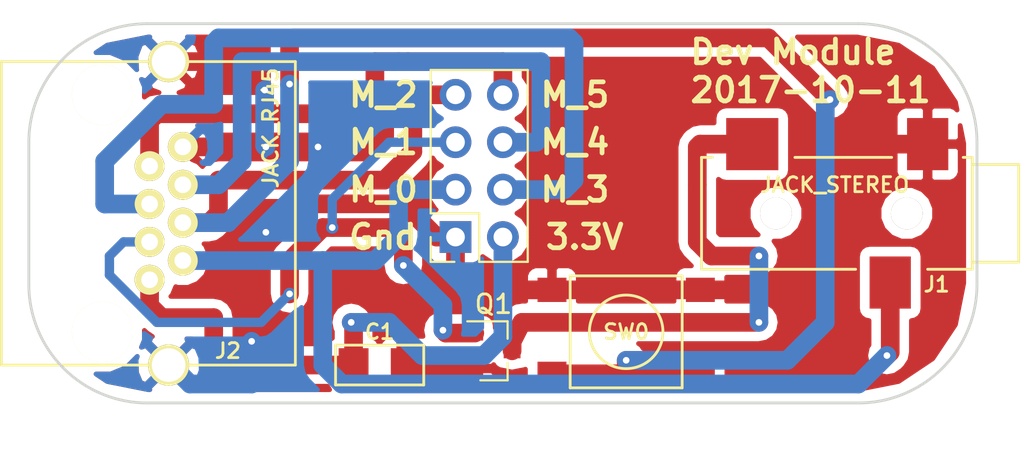
<source format=kicad_pcb>
(kicad_pcb (version 4) (host pcbnew 4.0.7)

  (general
    (links 21)
    (no_connects 0)
    (area 25.324999 25.324999 76.275001 45.795001)
    (thickness 1.6)
    (drawings 17)
    (tracks 161)
    (zones 0)
    (modules 6)
    (nets 10)
  )

  (page A4)
  (layers
    (0 F.Cu signal)
    (31 B.Cu signal)
    (32 B.Adhes user)
    (33 F.Adhes user)
    (34 B.Paste user)
    (35 F.Paste user)
    (36 B.SilkS user)
    (37 F.SilkS user)
    (38 B.Mask user)
    (39 F.Mask user)
    (40 Dwgs.User user)
    (41 Cmts.User user)
    (42 Eco1.User user)
    (43 Eco2.User user)
    (44 Edge.Cuts user)
    (45 Margin user)
    (46 B.CrtYd user)
    (47 F.CrtYd user)
    (48 B.Fab user)
    (49 F.Fab user)
  )

  (setup
    (last_trace_width 1)
    (trace_clearance 0.2032)
    (zone_clearance 0.508)
    (zone_45_only yes)
    (trace_min 0.2)
    (segment_width 0.2)
    (edge_width 0.15)
    (via_size 0.6604)
    (via_drill 0.3556)
    (via_min_size 0.4)
    (via_min_drill 0.3)
    (uvia_size 0.6604)
    (uvia_drill 0.3556)
    (uvias_allowed no)
    (uvia_min_size 0.2)
    (uvia_min_drill 0.1)
    (pcb_text_width 0.3)
    (pcb_text_size 1.5 1.5)
    (mod_edge_width 0.15)
    (mod_text_size 1 1)
    (mod_text_width 0.15)
    (pad_size 1.524 1.524)
    (pad_drill 0.762)
    (pad_to_mask_clearance 0.2)
    (aux_axis_origin 0 0)
    (visible_elements 7FFFFF7F)
    (pcbplotparams
      (layerselection 0x00030_80000001)
      (usegerberextensions false)
      (excludeedgelayer true)
      (linewidth 0.150000)
      (plotframeref false)
      (viasonmask false)
      (mode 1)
      (useauxorigin false)
      (hpglpennumber 1)
      (hpglpenspeed 20)
      (hpglpendiameter 15)
      (hpglpenoverlay 2)
      (psnegative false)
      (psa4output false)
      (plotreference true)
      (plotvalue true)
      (plotinvisibletext false)
      (padsonsilk false)
      (subtractmaskfromsilk false)
      (outputformat 1)
      (mirror false)
      (drillshape 1)
      (scaleselection 1)
      (outputdirectory ""))
  )

  (net 0 "")
  (net 1 3V3)
  (net 2 GND)
  (net 3 "Net-(J1-Pad2)")
  (net 4 /M_0)
  (net 5 /M_3)
  (net 6 /M_1)
  (net 7 /M_4)
  (net 8 /M_2)
  (net 9 /M_5)

  (net_class Default "This is the default net class."
    (clearance 0.2032)
    (trace_width 1)
    (via_dia 0.6604)
    (via_drill 0.3556)
    (uvia_dia 0.6604)
    (uvia_drill 0.3556)
    (add_net /M_0)
    (add_net /M_1)
    (add_net /M_2)
    (add_net /M_3)
    (add_net /M_4)
    (add_net /M_5)
    (add_net 3V3)
    (add_net GND)
    (add_net "Net-(J1-Pad2)")
  )

  (module CA6:RJ45_pcbwing (layer F.Cu) (tedit 59C1A157) (tstamp 58ED1D3E)
    (at 31.75 35.56 270)
    (path /58C31719)
    (fp_text reference J2 (at 7.366 -4.318 360) (layer F.SilkS)
      (effects (font (size 0.8 0.8) (thickness 0.15)))
    )
    (fp_text value JACK_RJ45 (at -4.572 -6.604 270) (layer F.SilkS)
      (effects (font (size 0.8 0.8) (thickness 0.15)))
    )
    (fp_line (start -8.13 7.82) (end -8.13 -7.93) (layer F.SilkS) (width 0.14986))
    (fp_line (start -8.13 -7.93) (end 8.13 -7.93) (layer F.SilkS) (width 0.14986))
    (fp_line (start 8.13 -7.93) (end 8.13 7.82) (layer F.SilkS) (width 0.14986))
    (fp_line (start 8.13 7.82) (end -8.13 7.82) (layer F.SilkS) (width 0.14986))
    (pad 8 thru_hole circle (at -8.13 -1.14 270) (size 2.2 2.2) (drill 1.8) (layers *.Cu *.Mask F.SilkS)
      (net 2 GND))
    (pad 8 thru_hole circle (at 8.13 -1.14 270) (size 2.2 2.2) (drill 1.8) (layers *.Cu *.Mask F.SilkS)
      (net 2 GND))
    (pad "" np_thru_hole circle (at -6.35 2.42 270) (size 3.25 3.25) (drill 3.25) (layers *.Cu *.Mask F.SilkS))
    (pad "" np_thru_hole circle (at 6.35 2.42 270) (size 3.25 3.25) (drill 3.25) (layers *.Cu *.Mask F.SilkS))
    (pad 5 thru_hole circle (at -0.5 -0.12 270) (size 1.6 1.6) (drill 0.89) (layers *.Cu *.Mask F.SilkS)
      (net 5 /M_3))
    (pad 3 thru_hole circle (at 1.53 -0.12 270) (size 1.6 1.6) (drill 0.89) (layers *.Cu *.Mask F.SilkS)
      (net 6 /M_1))
    (pad 6 thru_hole circle (at -1.53 -1.9 270) (size 1.6 1.6) (drill 0.89) (layers *.Cu *.Mask F.SilkS)
      (net 7 /M_4))
    (pad 4 thru_hole circle (at 0.5 -1.9 270) (size 1.6 1.6) (drill 0.89) (layers *.Cu *.Mask F.SilkS)
      (net 8 /M_2))
    (pad 8 thru_hole circle (at -3.56 -1.9 270) (size 1.6 1.6) (drill 0.89) (layers *.Cu *.Mask F.SilkS)
      (net 2 GND))
    (pad 7 thru_hole circle (at -2.53 -0.12 270) (size 1.6 1.6) (drill 0.89) (layers *.Cu *.Mask F.SilkS)
      (net 9 /M_5))
    (pad 2 thru_hole circle (at 2.53 -1.9 270) (size 1.6 1.6) (drill 0.89) (layers *.Cu *.Mask F.SilkS)
      (net 4 /M_0))
    (pad 1 thru_hole circle (at 3.56 -0.12 270) (size 1.6 1.6) (drill 0.89) (layers *.Cu *.Mask F.SilkS)
      (net 1 3V3))
  )

  (module CA6:161-3334-E_Big_Pad (layer F.Cu) (tedit 59DE6708) (tstamp 58C33E42)
    (at 75.946 35.56 180)
    (path /58C32458)
    (fp_text reference J1 (at 1.905 -3.81 180) (layer F.SilkS)
      (effects (font (size 0.8 0.8) (thickness 0.1524)))
    )
    (fp_text value JACK_STEREO (at 7.366 1.524 180) (layer F.SilkS)
      (effects (font (size 0.8 0.8) (thickness 0.1524)))
    )
    (fp_line (start 0 -2.9972) (end 2.3876 -2.9972) (layer F.SilkS) (width 0.1524))
    (fp_line (start 6.2484 -2.9972) (end 14.5034 -2.9972) (layer F.SilkS) (width 0.1524))
    (fp_line (start 13.9192 2.9972) (end 14.5034 2.9972) (layer F.SilkS) (width 0.1524))
    (fp_line (start 4.318 2.9972) (end 9.4996 2.9972) (layer F.SilkS) (width 0.1524))
    (fp_line (start 0 2.9972) (end 0.4826 2.9972) (layer F.SilkS) (width 0.1524))
    (fp_line (start 0 2.6162) (end -2.4892 2.6162) (layer F.SilkS) (width 0.1524))
    (fp_line (start -2.4892 2.6162) (end -2.4892 -2.6162) (layer F.SilkS) (width 0.1524))
    (fp_line (start -2.4892 -2.6162) (end 0 -2.6162) (layer F.SilkS) (width 0.1524))
    (fp_line (start 14.5034 -2.9972) (end 14.5034 2.9972) (layer F.SilkS) (width 0.1524))
    (fp_line (start 0 2.9972) (end 0 -2.9972) (layer F.SilkS) (width 0.1524))
    (pad 1 smd rect (at 4.3942 -3.7084 180) (size 2.2098 2.794) (layers F.Cu F.Paste F.Mask)
      (net 4 /M_0))
    (pad 2 smd rect (at 11.7856 3.7084 180) (size 2.794 2.794) (layers F.Cu F.Paste F.Mask)
      (net 3 "Net-(J1-Pad2)"))
    (pad 3 smd rect (at 2.3876 3.7084 180) (size 2.2098 2.794) (layers F.Cu F.Paste F.Mask)
      (net 2 GND))
    (pad "" np_thru_hole circle (at 10.5156 0 90) (size 1.7018 1.7018) (drill 1.7) (layers *.Cu *.Mask F.SilkS))
    (pad "" np_thru_hole circle (at 3.5052 0 90) (size 1.7018 1.7018) (drill 1.7) (layers *.Cu *.Mask F.SilkS))
  )

  (module CA6:c_1206 (layer F.Cu) (tedit 59DE6698) (tstamp 58C33E2F)
    (at 44.196 43.688 180)
    (descr "SMT capacitor, 1206")
    (path /58C3185F)
    (fp_text reference C1 (at 0 1.778 180) (layer F.SilkS)
      (effects (font (size 0.8 0.8) (thickness 0.15)))
    )
    (fp_text value C (at 0 0 270) (layer F.SilkS) hide
      (effects (font (size 0.2286 0.381) (thickness 0.0508)))
    )
    (fp_line (start 2.3622 1.0668) (end 2.3622 -1.0668) (layer F.SilkS) (width 0.14986))
    (fp_line (start -2.3622 -1.0668) (end 2.3622 -1.0668) (layer F.SilkS) (width 0.14986))
    (fp_line (start 2.3368 1.0668) (end -2.3622 1.0668) (layer F.SilkS) (width 0.14986))
    (fp_line (start -2.3622 1.0668) (end -2.3622 -1.0668) (layer F.SilkS) (width 0.14986))
    (pad 1 smd rect (at 1.397 0 180) (size 1.6002 1.8034) (layers F.Cu F.Paste F.Mask)
      (net 1 3V3))
    (pad 2 smd rect (at -1.397 0 180) (size 1.6002 1.8034) (layers F.Cu F.Paste F.Mask)
      (net 2 GND))
  )

  (module Socket_Strips:Socket_Strip_Straight_2x04_Pitch2.54mm (layer F.Cu) (tedit 59DE61ED) (tstamp 58C33E70)
    (at 48.26 36.83 180)
    (descr "Through hole straight socket strip, 2x04, 2.54mm pitch, double rows")
    (tags "Through hole socket strip THT 2x04 2.54mm double row")
    (path /58C324F0)
    (fp_text reference P1 (at -1.27 -2.33 180) (layer F.SilkS) hide
      (effects (font (size 1 1) (thickness 0.15)))
    )
    (fp_text value CONN_02X04 (at -1.27 9.95 180) (layer F.Fab) hide
      (effects (font (size 1 1) (thickness 0.15)))
    )
    (fp_line (start -3.81 -1.27) (end -3.81 8.89) (layer F.Fab) (width 0.1))
    (fp_line (start -3.81 8.89) (end 1.27 8.89) (layer F.Fab) (width 0.1))
    (fp_line (start 1.27 8.89) (end 1.27 -1.27) (layer F.Fab) (width 0.1))
    (fp_line (start 1.27 -1.27) (end -3.81 -1.27) (layer F.Fab) (width 0.1))
    (fp_line (start 1.33 1.27) (end 1.33 8.95) (layer F.SilkS) (width 0.12))
    (fp_line (start 1.33 8.95) (end -3.87 8.95) (layer F.SilkS) (width 0.12))
    (fp_line (start -3.87 8.95) (end -3.87 -1.33) (layer F.SilkS) (width 0.12))
    (fp_line (start -3.87 -1.33) (end -1.27 -1.33) (layer F.SilkS) (width 0.12))
    (fp_line (start -1.27 -1.33) (end -1.27 1.27) (layer F.SilkS) (width 0.12))
    (fp_line (start -1.27 1.27) (end 1.33 1.27) (layer F.SilkS) (width 0.12))
    (fp_line (start 1.33 0) (end 1.33 -1.33) (layer F.SilkS) (width 0.12))
    (fp_line (start 1.33 -1.33) (end 0.06 -1.33) (layer F.SilkS) (width 0.12))
    (fp_line (start -4.1 -1.55) (end -4.1 9.15) (layer F.CrtYd) (width 0.05))
    (fp_line (start -4.1 9.15) (end 1.55 9.15) (layer F.CrtYd) (width 0.05))
    (fp_line (start 1.55 9.15) (end 1.55 -1.55) (layer F.CrtYd) (width 0.05))
    (fp_line (start 1.55 -1.55) (end -4.1 -1.55) (layer F.CrtYd) (width 0.05))
    (pad 1 thru_hole rect (at 0 0 180) (size 1.7 1.7) (drill 1) (layers *.Cu *.Mask)
      (net 2 GND))
    (pad 2 thru_hole oval (at -2.54 0 180) (size 1.7 1.7) (drill 1) (layers *.Cu *.Mask)
      (net 1 3V3))
    (pad 3 thru_hole oval (at 0 2.54 180) (size 1.7 1.7) (drill 1) (layers *.Cu *.Mask)
      (net 4 /M_0))
    (pad 4 thru_hole oval (at -2.54 2.54 180) (size 1.7 1.7) (drill 1) (layers *.Cu *.Mask)
      (net 5 /M_3))
    (pad 5 thru_hole oval (at 0 5.08 180) (size 1.7 1.7) (drill 1) (layers *.Cu *.Mask)
      (net 6 /M_1))
    (pad 6 thru_hole oval (at -2.54 5.08 180) (size 1.7 1.7) (drill 1) (layers *.Cu *.Mask)
      (net 7 /M_4))
    (pad 7 thru_hole oval (at 0 7.62 180) (size 1.7 1.7) (drill 1) (layers *.Cu *.Mask)
      (net 8 /M_2))
    (pad 8 thru_hole oval (at -2.54 7.62 180) (size 1.7 1.7) (drill 1) (layers *.Cu *.Mask)
      (net 9 /M_5))
    (model Socket_Strips.3dshapes/Socket_Strip_Straight_2x04_Pitch2.54mm.wrl
      (at (xyz -0.05 -0.15 0))
      (scale (xyz 1 1 1))
      (rotate (xyz 0 0 270))
    )
  )

  (module TO_SOT_Packages_SMD:SOT-23 (layer F.Cu) (tedit 59C2CA36) (tstamp 59C1A163)
    (at 50.292 42.926)
    (descr "SOT-23, Standard")
    (tags SOT-23)
    (path /59C1B522)
    (attr smd)
    (fp_text reference Q1 (at 0 -2.5) (layer F.SilkS)
      (effects (font (size 1 1) (thickness 0.15)))
    )
    (fp_text value Q_NMOS_GSD (at 0 2.5) (layer F.Fab) hide
      (effects (font (size 1 1) (thickness 0.15)))
    )
    (fp_text user %R (at 0 0 90) (layer F.Fab)
      (effects (font (size 0.5 0.5) (thickness 0.075)))
    )
    (fp_line (start -0.7 -0.95) (end -0.7 1.5) (layer F.Fab) (width 0.1))
    (fp_line (start -0.15 -1.52) (end 0.7 -1.52) (layer F.Fab) (width 0.1))
    (fp_line (start -0.7 -0.95) (end -0.15 -1.52) (layer F.Fab) (width 0.1))
    (fp_line (start 0.7 -1.52) (end 0.7 1.52) (layer F.Fab) (width 0.1))
    (fp_line (start -0.7 1.52) (end 0.7 1.52) (layer F.Fab) (width 0.1))
    (fp_line (start 0.76 1.58) (end 0.76 0.65) (layer F.SilkS) (width 0.12))
    (fp_line (start 0.76 -1.58) (end 0.76 -0.65) (layer F.SilkS) (width 0.12))
    (fp_line (start -1.7 -1.75) (end 1.7 -1.75) (layer F.CrtYd) (width 0.05))
    (fp_line (start 1.7 -1.75) (end 1.7 1.75) (layer F.CrtYd) (width 0.05))
    (fp_line (start 1.7 1.75) (end -1.7 1.75) (layer F.CrtYd) (width 0.05))
    (fp_line (start -1.7 1.75) (end -1.7 -1.75) (layer F.CrtYd) (width 0.05))
    (fp_line (start 0.76 -1.58) (end -1.4 -1.58) (layer F.SilkS) (width 0.12))
    (fp_line (start 0.76 1.58) (end -0.7 1.58) (layer F.SilkS) (width 0.12))
    (pad 1 smd rect (at -1 -0.95) (size 0.9 0.8) (layers F.Cu F.Paste F.Mask)
      (net 6 /M_1))
    (pad 2 smd rect (at -1 0.95) (size 0.9 0.8) (layers F.Cu F.Paste F.Mask)
      (net 2 GND))
    (pad 3 smd rect (at 1 0) (size 0.9 0.8) (layers F.Cu F.Paste F.Mask)
      (net 3 "Net-(J1-Pad2)"))
    (model ${KISYS3DMOD}/TO_SOT_Packages_SMD.3dshapes/SOT-23.wrl
      (at (xyz 0 0 0))
      (scale (xyz 1 1 1))
      (rotate (xyz 0 0 0))
    )
  )

  (module CA6:PTS645 (layer F.Cu) (tedit 59DE6712) (tstamp 59DE65C7)
    (at 57.404 41.91)
    (path /59DE648C)
    (fp_text reference SW0 (at 0 0) (layer F.SilkS)
      (effects (font (size 0.8 0.8) (thickness 0.15)))
    )
    (fp_text value SW_TACTILE (at 0 -3.81) (layer F.SilkS) hide
      (effects (font (size 0.8 0.8) (thickness 0.15)))
    )
    (fp_circle (center 0 0) (end 1.6 1.15) (layer F.SilkS) (width 0.14986))
    (fp_line (start -3 3) (end -3 -3) (layer F.SilkS) (width 0.14986))
    (fp_line (start -3 -3) (end 3 -3) (layer F.SilkS) (width 0.14986))
    (fp_line (start 3 -3) (end 3 3) (layer F.SilkS) (width 0.14986))
    (fp_line (start 3 3) (end -3 3) (layer F.SilkS) (width 0.14986))
    (pad 3 smd rect (at -3.975 2.25) (size 1.55 1.3) (layers F.Cu F.Paste F.Mask)
      (net 8 /M_2))
    (pad 1 smd rect (at -3.975 -2.25) (size 1.55 1.3) (layers F.Cu F.Paste F.Mask)
      (net 2 GND))
    (pad 2 smd rect (at 3.975 -2.25) (size 1.55 1.3) (layers F.Cu F.Paste F.Mask)
      (net 2 GND))
    (pad 4 smd rect (at 3.975 2.25) (size 1.55 1.3) (layers F.Cu F.Paste F.Mask)
      (net 8 /M_2))
  )

  (gr_line (start 25.4 31.75) (end 25.4 39.37) (angle 90) (layer Edge.Cuts) (width 0.15))
  (gr_line (start 76.2 31.75) (end 76.2 39.37) (angle 90) (layer Edge.Cuts) (width 0.15))
  (gr_text "Dev Module\n2017-10-11" (at 60.706 27.94) (layer F.SilkS)
    (effects (font (size 1.27 1.27) (thickness 0.254)) (justify left))
  )
  (gr_text M_5 (at 56.642 29.21) (layer F.SilkS)
    (effects (font (size 1.27 1.27) (thickness 0.254)) (justify right))
  )
  (gr_text M_4 (at 56.642 31.75) (layer F.SilkS)
    (effects (font (size 1.27 1.27) (thickness 0.254)) (justify right))
  )
  (gr_text M_3 (at 56.642 34.29) (layer F.SilkS)
    (effects (font (size 1.27 1.27) (thickness 0.254)) (justify right))
  )
  (gr_text 3.3V (at 57.404 36.83) (layer F.SilkS)
    (effects (font (size 1.27 1.27) (thickness 0.254)) (justify right))
  )
  (gr_text M_2 (at 42.418 29.21) (layer F.SilkS)
    (effects (font (size 1.27 1.27) (thickness 0.254)) (justify left))
  )
  (gr_text "M_1\n" (at 42.418 31.75) (layer F.SilkS)
    (effects (font (size 1.27 1.27) (thickness 0.254)) (justify left))
  )
  (gr_text M_0 (at 42.418 34.29) (layer F.SilkS)
    (effects (font (size 1.27 1.27) (thickness 0.254)) (justify left))
  )
  (gr_text Gnd (at 42.418 36.83) (layer F.SilkS)
    (effects (font (size 1.27 1.27) (thickness 0.254)) (justify left))
  )
  (gr_arc (start 31.75 39.37) (end 31.75 45.72) (angle 90) (layer Edge.Cuts) (width 0.15))
  (gr_arc (start 69.85 39.37) (end 76.2 39.37) (angle 90) (layer Edge.Cuts) (width 0.15))
  (gr_arc (start 69.85 31.75) (end 69.85 25.4) (angle 90) (layer Edge.Cuts) (width 0.15))
  (gr_arc (start 31.75 31.75) (end 25.4 31.75) (angle 90) (layer Edge.Cuts) (width 0.15))
  (gr_line (start 69.85 45.72) (end 31.75 45.72) (angle 90) (layer Edge.Cuts) (width 0.15))
  (gr_line (start 31.75 25.4) (end 69.85 25.4) (angle 90) (layer Edge.Cuts) (width 0.15))

  (segment (start 35.306 41.148) (end 35.306 43.434) (width 1) (layer F.Cu) (net 1))
  (segment (start 35.56 43.688) (end 42.799 43.688) (width 1) (layer F.Cu) (net 1) (tstamp 59E2091A))
  (segment (start 35.306 43.434) (end 35.56 43.688) (width 1) (layer F.Cu) (net 1) (tstamp 59E20919))
  (segment (start 50.8 36.83) (end 50.8 42.164) (width 1) (layer B.Cu) (net 1))
  (segment (start 42.672 41.402) (end 42.799 41.529) (width 1) (layer F.Cu) (net 1) (tstamp 59E2021C))
  (via (at 42.672 41.402) (size 0.6604) (drill 0.3556) (layers F.Cu B.Cu) (net 1))
  (segment (start 44.704 41.402) (end 42.672 41.402) (width 1) (layer B.Cu) (net 1) (tstamp 59E20218))
  (segment (start 46.482 43.18) (end 44.704 41.402) (width 1) (layer B.Cu) (net 1) (tstamp 59E20214))
  (segment (start 49.784 43.18) (end 46.482 43.18) (width 1) (layer B.Cu) (net 1) (tstamp 59E20213))
  (segment (start 50.8 42.164) (end 49.784 43.18) (width 1) (layer B.Cu) (net 1) (tstamp 59E20211))
  (segment (start 31.87 39.12) (end 31.87 40.506) (width 1) (layer F.Cu) (net 1))
  (segment (start 42.799 41.529) (end 42.799 43.688) (width 1) (layer F.Cu) (net 1) (tstamp 59E1FE2F))
  (segment (start 32.512 41.148) (end 35.306 41.148) (width 1) (layer F.Cu) (net 1) (tstamp 59E1FE2B))
  (segment (start 31.87 40.506) (end 32.512 41.148) (width 1) (layer F.Cu) (net 1) (tstamp 59E1FE2A))
  (segment (start 48.26 36.83) (end 47.244 36.83) (width 1) (layer F.Cu) (net 2))
  (segment (start 39.624 35.052) (end 38.1 36.576) (width 1) (layer F.Cu) (net 2) (tstamp 59E209B5))
  (segment (start 45.466 35.052) (end 39.624 35.052) (width 1) (layer F.Cu) (net 2) (tstamp 59E209B3))
  (segment (start 47.244 36.83) (end 45.466 35.052) (width 1) (layer F.Cu) (net 2) (tstamp 59E209A9))
  (segment (start 37.338 39.624) (end 37.338 42.418) (width 1) (layer F.Cu) (net 2))
  (via (at 37.338 42.418) (size 0.6604) (drill 0.3556) (layers F.Cu B.Cu) (net 2))
  (segment (start 37.338 42.418) (end 37.338 44.704) (width 1) (layer B.Cu) (net 2) (tstamp 59E20931))
  (segment (start 37.338 44.704) (end 34.036 44.704) (width 1) (layer B.Cu) (net 2) (tstamp 59E20932))
  (segment (start 34.036 44.704) (end 33.022 43.69) (width 1) (layer B.Cu) (net 2) (tstamp 59E20934))
  (segment (start 37.338 37.338) (end 37.338 39.624) (width 1) (layer F.Cu) (net 2) (tstamp 59E208DC))
  (segment (start 38.1 36.576) (end 37.338 37.338) (width 1) (layer F.Cu) (net 2) (tstamp 59E208DB))
  (via (at 40.894 32.004) (size 0.6604) (drill 0.3556) (layers F.Cu B.Cu) (net 2))
  (segment (start 38.1 32.004) (end 40.894 32.004) (width 1) (layer F.Cu) (net 2))
  (via (at 38.1 36.576) (size 0.6604) (drill 0.3556) (layers F.Cu B.Cu) (net 2))
  (segment (start 38.1 36.322) (end 38.1 36.576) (width 1) (layer B.Cu) (net 2) (tstamp 59E208BC))
  (segment (start 40.894 33.528) (end 38.1 36.322) (width 1) (layer B.Cu) (net 2) (tstamp 59E208BA))
  (segment (start 40.894 32.004) (end 40.894 33.528) (width 1) (layer B.Cu) (net 2) (tstamp 59E208B9))
  (segment (start 33.022 43.69) (end 32.89 43.69) (width 1) (layer B.Cu) (net 2) (tstamp 59E20936))
  (segment (start 33.65 32) (end 38.096 32) (width 1) (layer F.Cu) (net 2))
  (segment (start 36.507202 27.43) (end 32.89 27.43) (width 1) (layer F.Cu) (net 2) (tstamp 59E2070C))
  (segment (start 38.033202 28.956) (end 36.507202 27.43) (width 1) (layer F.Cu) (net 2) (tstamp 59E2070B))
  (via (at 38.033202 28.956) (size 0.6604) (drill 0.3556) (layers F.Cu B.Cu) (net 2))
  (segment (start 38.033202 31.937202) (end 38.033202 28.956) (width 1) (layer B.Cu) (net 2) (tstamp 59E20704))
  (segment (start 38.1 32.004) (end 38.033202 31.937202) (width 1) (layer B.Cu) (net 2) (tstamp 59E20703))
  (via (at 38.1 32.004) (size 0.6604) (drill 0.3556) (layers F.Cu B.Cu) (net 2))
  (segment (start 38.096 32) (end 38.1 32.004) (width 1) (layer F.Cu) (net 2) (tstamp 59E206FC))
  (segment (start 48.26 39.37) (end 46.482 39.37) (width 1) (layer F.Cu) (net 2))
  (segment (start 45.593 40.259) (end 45.593 43.688) (width 1) (layer F.Cu) (net 2) (tstamp 59E200C2))
  (segment (start 46.482 39.37) (end 45.593 40.259) (width 1) (layer F.Cu) (net 2) (tstamp 59E200BF))
  (segment (start 53.429 39.66) (end 48.55 39.66) (width 1) (layer F.Cu) (net 2))
  (segment (start 48.26 39.37) (end 48.26 36.83) (width 1) (layer F.Cu) (net 2) (tstamp 59E1FF5E))
  (segment (start 48.55 39.66) (end 48.26 39.37) (width 1) (layer F.Cu) (net 2) (tstamp 59E1FF58))
  (segment (start 61.379 39.66) (end 67.528 39.66) (width 1) (layer F.Cu) (net 2))
  (segment (start 68.9864 31.8516) (end 73.5584 31.8516) (width 1) (layer F.Cu) (net 2) (tstamp 59E1FEEF))
  (segment (start 68.58 32.258) (end 68.9864 31.8516) (width 1) (layer F.Cu) (net 2) (tstamp 59E1FEEE))
  (segment (start 68.58 38.608) (end 68.58 32.258) (width 1) (layer F.Cu) (net 2) (tstamp 59E1FEED))
  (segment (start 67.528 39.66) (end 68.58 38.608) (width 1) (layer F.Cu) (net 2) (tstamp 59E1FEEC))
  (segment (start 61.379 39.66) (end 53.429 39.66) (width 1) (layer F.Cu) (net 2))
  (segment (start 49.292 43.876) (end 45.781 43.876) (width 1) (layer F.Cu) (net 2))
  (segment (start 45.781 43.876) (end 45.593 43.688) (width 1) (layer F.Cu) (net 2) (tstamp 59E1FE43))
  (segment (start 64.516 37.846) (end 61.976 37.846) (width 1) (layer F.Cu) (net 3))
  (segment (start 61.214 37.084) (end 61.214 34.036) (width 1) (layer F.Cu) (net 3) (tstamp 59E1FFA2))
  (segment (start 61.976 37.846) (end 61.214 37.084) (width 1) (layer F.Cu) (net 3) (tstamp 59E1FFA0))
  (segment (start 51.292 42.926) (end 51.292 42.434) (width 1) (layer F.Cu) (net 3))
  (segment (start 61.3664 31.8516) (end 64.1604 31.8516) (width 1) (layer F.Cu) (net 3) (tstamp 59E1FF3D))
  (segment (start 61.214 34.036) (end 61.214 32.004) (width 1) (layer F.Cu) (net 3) (tstamp 59E1FF39))
  (segment (start 61.214 32.004) (end 61.3664 31.8516) (width 1) (layer F.Cu) (net 3) (tstamp 59E1FF3B))
  (via (at 64.516 37.846) (size 0.6604) (drill 0.3556) (layers F.Cu B.Cu) (net 3))
  (segment (start 64.516 41.402) (end 64.516 37.846) (width 1) (layer B.Cu) (net 3) (tstamp 59E1FF2F))
  (via (at 64.516 41.402) (size 0.6604) (drill 0.3556) (layers F.Cu B.Cu) (net 3))
  (segment (start 51.816 41.402) (end 64.516 41.402) (width 1) (layer F.Cu) (net 3) (tstamp 59E1FF20))
  (segment (start 51.292 42.434) (end 51.816 41.402) (width 1) (layer F.Cu) (net 3) (tstamp 59E1FF1B))
  (segment (start 41.148 38.09) (end 41.148 43.688) (width 1) (layer B.Cu) (net 4))
  (segment (start 69.85 44.704) (end 71.374 43.18) (width 1) (layer B.Cu) (net 4) (tstamp 59E201BE))
  (segment (start 42.164 44.704) (end 69.85 44.704) (width 1) (layer B.Cu) (net 4) (tstamp 59E201BC))
  (segment (start 41.148 43.688) (end 42.164 44.704) (width 1) (layer B.Cu) (net 4) (tstamp 59E201BB))
  (via (at 71.374 43.18) (size 0.6604) (drill 0.3556) (layers F.Cu B.Cu) (net 4))
  (segment (start 71.374 43.18) (end 71.5518 43.0022) (width 1) (layer F.Cu) (net 4) (tstamp 59E2007D))
  (segment (start 71.5518 43.0022) (end 71.5518 39.2684) (width 1) (layer F.Cu) (net 4) (tstamp 59E2007E))
  (segment (start 70.612 43.942) (end 71.374 43.18) (width 1) (layer B.Cu) (net 4) (tstamp 59E2004F))
  (segment (start 33.65 38.09) (end 41.148 38.09) (width 1) (layer B.Cu) (net 4))
  (segment (start 41.148 38.09) (end 43.942 38.09) (width 1) (layer B.Cu) (net 4) (tstamp 59E201B9))
  (segment (start 43.942 38.09) (end 43.952 38.09) (width 1) (layer B.Cu) (net 4) (tstamp 59E20048))
  (segment (start 45.212 34.29) (end 48.26 34.29) (width 1) (layer B.Cu) (net 4) (tstamp 59E1FDED))
  (segment (start 45.212 36.83) (end 45.212 34.29) (width 1) (layer B.Cu) (net 4) (tstamp 59E1FDEC))
  (segment (start 43.952 38.09) (end 45.212 36.83) (width 1) (layer B.Cu) (net 4) (tstamp 59E1FDE2))
  (segment (start 31.87 35.06) (end 29.472 35.06) (width 1) (layer B.Cu) (net 5))
  (segment (start 54.102 34.29) (end 50.8 34.29) (width 1) (layer B.Cu) (net 5) (tstamp 59E1FC42))
  (segment (start 54.61 33.782) (end 54.102 34.29) (width 1) (layer B.Cu) (net 5) (tstamp 59E1FC3F))
  (segment (start 54.61 26.416) (end 54.61 33.782) (width 1) (layer B.Cu) (net 5) (tstamp 59E1FC3A))
  (segment (start 54.356 26.162) (end 54.61 26.416) (width 1) (layer B.Cu) (net 5) (tstamp 59E1FC39))
  (segment (start 35.56 26.162) (end 54.356 26.162) (width 1) (layer B.Cu) (net 5) (tstamp 59E1FC30))
  (segment (start 35.306 26.416) (end 35.56 26.162) (width 1) (layer B.Cu) (net 5) (tstamp 59E1FC2F))
  (segment (start 35.306 29.718) (end 35.306 26.416) (width 1) (layer B.Cu) (net 5) (tstamp 59E1FC2D))
  (segment (start 32.512 29.718) (end 35.306 29.718) (width 1) (layer B.Cu) (net 5) (tstamp 59E1FC2C))
  (segment (start 29.464 32.766) (end 32.512 29.718) (width 1) (layer B.Cu) (net 5) (tstamp 59E1FC29))
  (segment (start 29.464 35.052) (end 29.464 32.766) (width 1) (layer B.Cu) (net 5) (tstamp 59E1FC28))
  (segment (start 29.472 35.06) (end 29.464 35.052) (width 1) (layer B.Cu) (net 5) (tstamp 59E1FC27))
  (segment (start 41.656 36.322) (end 41.148 36.322) (width 1) (layer F.Cu) (net 6))
  (segment (start 39.37 38.1) (end 39.37 39.878) (width 1) (layer F.Cu) (net 6) (tstamp 59E207E4))
  (segment (start 41.148 36.322) (end 39.37 38.1) (width 1) (layer F.Cu) (net 6) (tstamp 59E207E2))
  (segment (start 41.656 36.322) (end 44.704 36.322) (width 1) (layer F.Cu) (net 6))
  (segment (start 47.741584 41.976) (end 49.292 41.976) (width 1) (layer F.Cu) (net 6) (tstamp 59E20109))
  (segment (start 47.586792 41.821208) (end 47.741584 41.976) (width 1) (layer F.Cu) (net 6) (tstamp 59E20108))
  (via (at 47.586792 41.821208) (size 0.6604) (drill 0.3556) (layers F.Cu B.Cu) (net 6))
  (segment (start 47.586792 40.474792) (end 47.586792 41.821208) (width 1) (layer B.Cu) (net 6) (tstamp 59E200FE))
  (segment (start 45.466 38.354) (end 47.586792 40.474792) (width 1) (layer B.Cu) (net 6) (tstamp 59E200FD))
  (via (at 45.466 38.354) (size 0.6604) (drill 0.3556) (layers F.Cu B.Cu) (net 6))
  (segment (start 45.466 37.084) (end 45.466 38.354) (width 1) (layer F.Cu) (net 6) (tstamp 59E200F5))
  (segment (start 44.704 36.322) (end 45.466 37.084) (width 1) (layer F.Cu) (net 6) (tstamp 59E200F4))
  (segment (start 48.26 31.75) (end 44.704 31.75) (width 0.5) (layer B.Cu) (net 6))
  (segment (start 30.474 37.09) (end 29.718 37.846) (width 0.5) (layer B.Cu) (net 6) (tstamp 59E1FFC2))
  (via (at 39.37 39.878) (size 0.6604) (drill 0.3556) (layers F.Cu B.Cu) (net 6))
  (segment (start 30.474 37.09) (end 31.87 37.09) (width 0.5) (layer B.Cu) (net 6))
  (segment (start 37.846 41.402) (end 39.37 39.878) (width 0.5) (layer B.Cu) (net 6) (tstamp 59E1FFD5))
  (segment (start 32.258 41.402) (end 37.846 41.402) (width 0.5) (layer B.Cu) (net 6) (tstamp 59E1FFCA))
  (segment (start 29.718 38.862) (end 32.258 41.402) (width 0.5) (layer B.Cu) (net 6) (tstamp 59E1FFC6))
  (segment (start 29.718 37.846) (end 29.718 38.862) (width 0.5) (layer B.Cu) (net 6) (tstamp 59E1FFC3))
  (via (at 41.656 36.322) (size 0.6604) (drill 0.3556) (layers F.Cu B.Cu) (net 6))
  (segment (start 41.656 34.798) (end 41.656 36.322) (width 0.5) (layer B.Cu) (net 6) (tstamp 59E1FFF0))
  (segment (start 44.704 31.75) (end 41.656 34.798) (width 0.5) (layer B.Cu) (net 6) (tstamp 59E1FFEA))
  (segment (start 33.65 34.03) (end 35.566 34.03) (width 1) (layer B.Cu) (net 7))
  (segment (start 36.83 32.766) (end 36.83 27.432) (width 1) (layer B.Cu) (net 7) (tstamp 59E1F9DE))
  (segment (start 36.83 27.432) (end 45.212 27.432) (width 1) (layer B.Cu) (net 7) (tstamp 59E1F9DF))
  (segment (start 45.212 27.432) (end 52.832 27.432) (width 1) (layer B.Cu) (net 7) (tstamp 59E1F9E0))
  (segment (start 52.832 27.432) (end 52.832 27.94) (width 1) (layer B.Cu) (net 7) (tstamp 59E1F9E2))
  (segment (start 52.832 27.94) (end 52.832 31.496) (width 1) (layer B.Cu) (net 7) (tstamp 59E1F9E3))
  (segment (start 52.832 31.496) (end 52.578 31.75) (width 1) (layer B.Cu) (net 7) (tstamp 59E1F9E4))
  (segment (start 52.578 31.75) (end 50.8 31.75) (width 1) (layer B.Cu) (net 7) (tstamp 59E1F9E5))
  (segment (start 35.566 34.03) (end 36.83 32.766) (width 1) (layer B.Cu) (net 7) (tstamp 59E1FD12))
  (segment (start 35.56 33.782) (end 44.45 33.782) (width 1) (layer F.Cu) (net 8))
  (segment (start 35.06 36.06) (end 35.56 35.56) (width 1) (layer F.Cu) (net 8) (tstamp 59E20894))
  (segment (start 35.56 35.56) (end 35.56 33.782) (width 1) (layer F.Cu) (net 8) (tstamp 59E20896))
  (segment (start 33.65 36.06) (end 35.06 36.06) (width 1) (layer F.Cu) (net 8))
  (segment (start 45.974 32.258) (end 45.974 29.21) (width 1) (layer F.Cu) (net 8) (tstamp 59E2089C))
  (segment (start 44.45 33.782) (end 45.974 32.258) (width 1) (layer F.Cu) (net 8) (tstamp 59E2089A))
  (segment (start 33.65 36.06) (end 36.076 36.06) (width 1) (layer B.Cu) (net 8))
  (segment (start 36.076 36.06) (end 39.37 32.766) (width 1) (layer B.Cu) (net 8) (tstamp 59E20862))
  (segment (start 39.37 28.702) (end 39.37 28.635202) (width 1) (layer B.Cu) (net 8))
  (segment (start 39.37 32.766) (end 39.37 28.702) (width 1) (layer B.Cu) (net 8) (tstamp 59E2086B))
  (segment (start 59.182 43.942) (end 59.182 44.16) (width 1) (layer F.Cu) (net 8) (tstamp 59E2041C))
  (segment (start 57.622 43.942) (end 59.182 43.942) (width 1) (layer F.Cu) (net 8) (tstamp 59E20419))
  (segment (start 57.404 44.16) (end 57.622 43.942) (width 1) (layer F.Cu) (net 8) (tstamp 59E20417))
  (segment (start 57.404 43.434) (end 57.404 44.16) (width 1) (layer F.Cu) (net 8) (tstamp 59E20416))
  (via (at 57.404 43.434) (size 0.6604) (drill 0.3556) (layers F.Cu B.Cu) (net 8))
  (segment (start 66.04 43.434) (end 57.404 43.434) (width 1) (layer B.Cu) (net 8) (tstamp 59E2040E))
  (segment (start 68.072 41.402) (end 66.04 43.434) (width 1) (layer B.Cu) (net 8) (tstamp 59E20406))
  (segment (start 68.072 29.718) (end 68.072 41.402) (width 1) (layer B.Cu) (net 8) (tstamp 59E203FD))
  (segment (start 68.326 29.464) (end 68.072 29.718) (width 1) (layer B.Cu) (net 8) (tstamp 59E203FC))
  (via (at 68.326 29.464) (size 0.6604) (drill 0.3556) (layers F.Cu B.Cu) (net 8))
  (segment (start 65.024 26.162) (end 68.326 29.464) (width 1) (layer F.Cu) (net 8) (tstamp 59E203E7))
  (segment (start 39.624 26.162) (end 65.024 26.162) (width 1) (layer F.Cu) (net 8) (tstamp 59E203DB))
  (segment (start 39.37 26.416) (end 39.624 26.162) (width 1) (layer F.Cu) (net 8) (tstamp 59E203D7))
  (segment (start 39.37 28.635202) (end 39.37 26.416) (width 1) (layer F.Cu) (net 8) (tstamp 59E203D6))
  (via (at 39.37 28.635202) (size 0.6604) (drill 0.3556) (layers F.Cu B.Cu) (net 8))
  (segment (start 61.379 44.16) (end 59.182 44.16) (width 1) (layer F.Cu) (net 8))
  (segment (start 59.182 44.16) (end 53.429 44.16) (width 1) (layer F.Cu) (net 8) (tstamp 59E2041D))
  (segment (start 45.974 29.21) (end 48.26 29.21) (width 1) (layer F.Cu) (net 8) (tstamp 59E208A1))
  (segment (start 31.87 33.03) (end 31.87 30.614) (width 1) (layer F.Cu) (net 9))
  (segment (start 50.8 27.686) (end 50.8 29.21) (width 1) (layer F.Cu) (net 9) (tstamp 59E1F9BD))
  (segment (start 50.8 27.432) (end 50.8 27.686) (width 1) (layer F.Cu) (net 9) (tstamp 59E1F9BC))
  (segment (start 45.72 27.432) (end 50.8 27.432) (width 1) (layer F.Cu) (net 9) (tstamp 59E1F9BB))
  (segment (start 43.942 27.432) (end 45.72 27.432) (width 1) (layer F.Cu) (net 9) (tstamp 59E1F9BA))
  (segment (start 43.942 28.956) (end 43.942 27.432) (width 1) (layer F.Cu) (net 9) (tstamp 59E1F9B7))
  (segment (start 42.672 30.226) (end 43.942 28.956) (width 1) (layer F.Cu) (net 9) (tstamp 59E1F9B5))
  (segment (start 32.258 30.226) (end 42.672 30.226) (width 1) (layer F.Cu) (net 9) (tstamp 59E1F9B4))
  (segment (start 31.87 30.614) (end 32.258 30.226) (width 1) (layer F.Cu) (net 9) (tstamp 59E1F9AC))

  (zone (net 2) (net_name GND) (layer F.Cu) (tstamp 59E209DF) (hatch edge 0.508)
    (connect_pads (clearance 0.508))
    (min_thickness 0.254)
    (fill yes (arc_segments 16) (thermal_gap 0.508) (thermal_bridge_width 0.508))
    (polygon
      (pts
        (xy 78.74 48.768) (xy 23.876 48.768) (xy 23.876 24.13) (xy 78.74 24.13)
      )
    )
    (filled_polygon
      (pts
        (xy 31.709434 41.950566) (xy 32.022922 42.160032) (xy 31.955641 42.187901) (xy 31.844737 42.465132) (xy 32.89 43.510395)
        (xy 33.935263 42.465132) (xy 33.862403 42.283) (xy 34.171 42.283) (xy 34.171 42.667192) (xy 34.114868 42.644737)
        (xy 33.069605 43.69) (xy 34.114868 44.735263) (xy 34.392099 44.624359) (xy 34.52863 44.261762) (xy 34.757434 44.490566)
        (xy 35.125654 44.736603) (xy 35.56 44.823) (xy 41.395358 44.823) (xy 41.395738 44.825017) (xy 41.514771 45.01)
        (xy 33.897206 45.01) (xy 33.935263 44.914868) (xy 32.89 43.869605) (xy 31.844737 44.914868) (xy 31.882794 45.01)
        (xy 31.819931 45.01) (xy 29.596987 44.567829) (xy 29.001166 44.169714) (xy 29.77757 44.170391) (xy 30.608515 43.827052)
        (xy 31.2109 43.225717) (xy 31.144677 43.401593) (xy 31.167164 44.091453) (xy 31.387901 44.624359) (xy 31.665132 44.735263)
        (xy 32.710395 43.69) (xy 31.665132 42.644737) (xy 31.433531 42.737387) (xy 31.589607 42.361514) (xy 31.590069 41.831201)
      )
    )
    (filled_polygon
      (pts
        (xy 72.003011 26.55217) (xy 73.828247 27.771753) (xy 75.047829 29.596987) (xy 75.133274 30.026548) (xy 75.022998 29.916273)
        (xy 74.789609 29.8196) (xy 73.84415 29.8196) (xy 73.6854 29.97835) (xy 73.6854 31.7246) (xy 75.13955 31.7246)
        (xy 75.2983 31.56585) (xy 75.2983 30.85619) (xy 75.49 31.819931) (xy 75.49 39.300069) (xy 75.047829 41.523013)
        (xy 73.828247 43.348247) (xy 72.003011 44.56783) (xy 69.780069 45.01) (xy 62.760939 45.01) (xy 62.80144 44.81)
        (xy 62.80144 43.51) (xy 62.757162 43.274683) (xy 62.61809 43.058559) (xy 62.40589 42.913569) (xy 62.154 42.86256)
        (xy 60.604 42.86256) (xy 60.368683 42.906838) (xy 60.185054 43.025) (xy 59.813304 43.025) (xy 59.616346 42.893397)
        (xy 59.182 42.807) (xy 58.323876 42.807) (xy 58.206566 42.631434) (xy 58.065236 42.537) (xy 64.516 42.537)
        (xy 64.950346 42.450603) (xy 65.318566 42.204566) (xy 65.564603 41.836346) (xy 65.651 41.402) (xy 65.564603 40.967654)
        (xy 65.318566 40.599434) (xy 64.950346 40.353397) (xy 64.516 40.267) (xy 62.789 40.267) (xy 62.789 39.94575)
        (xy 62.63025 39.787) (xy 61.506 39.787) (xy 61.506 39.807) (xy 61.252 39.807) (xy 61.252 39.787)
        (xy 60.12775 39.787) (xy 59.969 39.94575) (xy 59.969 40.267) (xy 54.839 40.267) (xy 54.839 39.94575)
        (xy 54.68025 39.787) (xy 53.556 39.787) (xy 53.556 39.807) (xy 53.302 39.807) (xy 53.302 39.787)
        (xy 52.17775 39.787) (xy 52.019 39.94575) (xy 52.019 40.267) (xy 51.816 40.267) (xy 51.640959 40.301818)
        (xy 51.463745 40.323046) (xy 51.425113 40.344752) (xy 51.381654 40.353397) (xy 51.233261 40.45255) (xy 51.077662 40.539978)
        (xy 51.050277 40.574816) (xy 51.013434 40.599434) (xy 50.914278 40.747831) (xy 50.803983 40.888146) (xy 50.38944 41.704574)
        (xy 50.38944 41.576) (xy 50.345162 41.340683) (xy 50.20609 41.124559) (xy 49.99389 40.979569) (xy 49.742 40.92856)
        (xy 49.728087 40.92856) (xy 49.726346 40.927397) (xy 49.292 40.841) (xy 48.123498 40.841) (xy 48.021137 40.772605)
        (xy 47.586792 40.686208) (xy 47.152447 40.772605) (xy 46.784226 41.018642) (xy 46.538189 41.386863) (xy 46.451792 41.821208)
        (xy 46.517452 42.1513) (xy 45.87875 42.1513) (xy 45.72 42.31005) (xy 45.72 43.561) (xy 46.86935 43.561)
        (xy 47.0281 43.40225) (xy 47.0281 42.838089) (xy 47.307238 43.024603) (xy 47.741584 43.111) (xy 48.308974 43.111)
        (xy 48.303673 43.116301) (xy 48.207 43.34969) (xy 48.207 43.59025) (xy 48.36575 43.749) (xy 49.165 43.749)
        (xy 49.165 43.729) (xy 49.419 43.729) (xy 49.419 43.749) (xy 50.21825 43.749) (xy 50.304262 43.662988)
        (xy 50.37791 43.777441) (xy 50.59011 43.922431) (xy 50.842 43.97344) (xy 50.855913 43.97344) (xy 50.857654 43.974603)
        (xy 51.292 44.061) (xy 51.726346 43.974603) (xy 51.728087 43.97344) (xy 51.742 43.97344) (xy 51.977317 43.929162)
        (xy 52.00656 43.910345) (xy 52.00656 44.81) (xy 52.044193 45.01) (xy 46.870826 45.01) (xy 46.931427 44.949399)
        (xy 47.0281 44.71601) (xy 47.0281 44.16175) (xy 48.207 44.16175) (xy 48.207 44.40231) (xy 48.303673 44.635699)
        (xy 48.482302 44.814327) (xy 48.715691 44.911) (xy 49.00625 44.911) (xy 49.165 44.75225) (xy 49.165 44.003)
        (xy 49.419 44.003) (xy 49.419 44.75225) (xy 49.57775 44.911) (xy 49.868309 44.911) (xy 50.101698 44.814327)
        (xy 50.280327 44.635699) (xy 50.377 44.40231) (xy 50.377 44.16175) (xy 50.21825 44.003) (xy 49.419 44.003)
        (xy 49.165 44.003) (xy 48.36575 44.003) (xy 48.207 44.16175) (xy 47.0281 44.16175) (xy 47.0281 43.97375)
        (xy 46.86935 43.815) (xy 45.72 43.815) (xy 45.72 43.835) (xy 45.466 43.835) (xy 45.466 43.815)
        (xy 45.446 43.815) (xy 45.446 43.561) (xy 45.466 43.561) (xy 45.466 42.31005) (xy 45.30725 42.1513)
        (xy 44.666591 42.1513) (xy 44.433202 42.247973) (xy 44.254573 42.426601) (xy 44.202509 42.552295) (xy 44.202262 42.550983)
        (xy 44.06319 42.334859) (xy 43.934 42.246587) (xy 43.934 41.529) (xy 43.847603 41.094654) (xy 43.601566 40.726434)
        (xy 43.474566 40.599434) (xy 43.106345 40.353397) (xy 42.672 40.267) (xy 42.237655 40.353397) (xy 41.869434 40.599434)
        (xy 41.623397 40.967655) (xy 41.537 41.402) (xy 41.623397 41.836345) (xy 41.664 41.897112) (xy 41.664 42.247218)
        (xy 41.547459 42.32221) (xy 41.402469 42.53441) (xy 41.398704 42.553) (xy 36.441 42.553) (xy 36.441 41.148)
        (xy 36.354603 40.713654) (xy 36.108566 40.345434) (xy 35.740346 40.099397) (xy 35.306 40.013) (xy 33.006609 40.013)
        (xy 33.085824 39.933923) (xy 33.271549 39.486648) (xy 33.363309 39.52475) (xy 33.934187 39.525248) (xy 34.4618 39.307243)
        (xy 34.865824 38.903923) (xy 35.08475 38.376691) (xy 35.084991 38.1) (xy 38.235 38.1) (xy 38.235 39.878)
        (xy 38.321397 40.312346) (xy 38.567434 40.680566) (xy 38.935654 40.926603) (xy 39.37 41.013) (xy 39.804346 40.926603)
        (xy 40.172566 40.680566) (xy 40.418603 40.312346) (xy 40.505 39.878) (xy 40.505 38.570132) (xy 41.618132 37.457)
        (xy 44.233868 37.457) (xy 44.331 37.554132) (xy 44.331 38.354) (xy 44.417397 38.788346) (xy 44.663434 39.156566)
        (xy 45.031654 39.402603) (xy 45.466 39.489) (xy 45.900346 39.402603) (xy 46.268566 39.156566) (xy 46.450896 38.88369)
        (xy 52.019 38.88369) (xy 52.019 39.37425) (xy 52.17775 39.533) (xy 53.302 39.533) (xy 53.302 38.53375)
        (xy 53.556 38.53375) (xy 53.556 39.533) (xy 54.68025 39.533) (xy 54.839 39.37425) (xy 54.839 38.88369)
        (xy 59.969 38.88369) (xy 59.969 39.37425) (xy 60.12775 39.533) (xy 61.252 39.533) (xy 61.252 39.513)
        (xy 61.506 39.513) (xy 61.506 39.533) (xy 62.63025 39.533) (xy 62.789 39.37425) (xy 62.789 38.981)
        (xy 64.516 38.981) (xy 64.950346 38.894603) (xy 65.318566 38.648566) (xy 65.564603 38.280346) (xy 65.645947 37.8714)
        (xy 69.79946 37.8714) (xy 69.79946 40.6654) (xy 69.843738 40.900717) (xy 69.98281 41.116841) (xy 70.19501 41.261831)
        (xy 70.4168 41.306745) (xy 70.4168 42.608861) (xy 70.325397 42.745655) (xy 70.239 43.18) (xy 70.325397 43.614345)
        (xy 70.571434 43.982566) (xy 70.939655 44.228603) (xy 71.374 44.315) (xy 71.808345 44.228603) (xy 72.176566 43.982566)
        (xy 72.354366 43.804766) (xy 72.43105 43.69) (xy 72.600403 43.436546) (xy 72.6868 43.0022) (xy 72.6868 41.307176)
        (xy 72.892017 41.268562) (xy 73.108141 41.12949) (xy 73.253131 40.91729) (xy 73.30414 40.6654) (xy 73.30414 37.8714)
        (xy 73.259862 37.636083) (xy 73.12079 37.419959) (xy 72.90859 37.274969) (xy 72.6567 37.22396) (xy 70.4469 37.22396)
        (xy 70.211583 37.268238) (xy 69.995459 37.40731) (xy 69.850469 37.61951) (xy 69.79946 37.8714) (xy 65.645947 37.8714)
        (xy 65.651 37.846) (xy 65.564603 37.411654) (xy 65.32015 37.045805) (xy 65.724667 37.046158) (xy 66.270995 36.82042)
        (xy 66.689351 36.402794) (xy 66.916042 35.856861) (xy 66.916044 35.854267) (xy 70.954642 35.854267) (xy 71.18038 36.400595)
        (xy 71.598006 36.818951) (xy 72.143939 37.045642) (xy 72.735067 37.046158) (xy 73.281395 36.82042) (xy 73.699751 36.402794)
        (xy 73.926442 35.856861) (xy 73.926958 35.265733) (xy 73.70122 34.719405) (xy 73.283594 34.301049) (xy 72.737661 34.074358)
        (xy 72.146533 34.073842) (xy 71.600205 34.29958) (xy 71.181849 34.717206) (xy 70.955158 35.263139) (xy 70.954642 35.854267)
        (xy 66.916044 35.854267) (xy 66.916558 35.265733) (xy 66.69082 34.719405) (xy 66.273194 34.301049) (xy 65.727261 34.074358)
        (xy 65.136133 34.073842) (xy 64.589805 34.29958) (xy 64.171449 34.717206) (xy 63.944758 35.263139) (xy 63.944242 35.854267)
        (xy 64.16998 36.400595) (xy 64.479843 36.711) (xy 62.446132 36.711) (xy 62.349 36.613868) (xy 62.349 33.733993)
        (xy 62.51151 33.845031) (xy 62.7634 33.89604) (xy 65.5574 33.89604) (xy 65.792717 33.851762) (xy 66.008841 33.71269)
        (xy 66.153831 33.50049) (xy 66.20484 33.2486) (xy 66.20484 32.13735) (xy 71.8185 32.13735) (xy 71.8185 33.37491)
        (xy 71.915173 33.608299) (xy 72.093802 33.786927) (xy 72.327191 33.8836) (xy 73.27265 33.8836) (xy 73.4314 33.72485)
        (xy 73.4314 31.9786) (xy 73.6854 31.9786) (xy 73.6854 33.72485) (xy 73.84415 33.8836) (xy 74.789609 33.8836)
        (xy 75.022998 33.786927) (xy 75.201627 33.608299) (xy 75.2983 33.37491) (xy 75.2983 32.13735) (xy 75.13955 31.9786)
        (xy 73.6854 31.9786) (xy 73.4314 31.9786) (xy 71.97725 31.9786) (xy 71.8185 32.13735) (xy 66.20484 32.13735)
        (xy 66.20484 30.4546) (xy 66.160562 30.219283) (xy 66.02149 30.003159) (xy 65.80929 29.858169) (xy 65.5574 29.80716)
        (xy 62.7634 29.80716) (xy 62.528083 29.851438) (xy 62.311959 29.99051) (xy 62.166969 30.20271) (xy 62.11596 30.4546)
        (xy 62.11596 30.7166) (xy 61.3664 30.7166) (xy 60.932054 30.802997) (xy 60.577354 31.04) (xy 60.563834 31.049034)
        (xy 60.411434 31.201434) (xy 60.165397 31.569654) (xy 60.079 32.004) (xy 60.079 37.084) (xy 60.165397 37.518346)
        (xy 60.357477 37.805813) (xy 60.411434 37.886566) (xy 60.899868 38.375) (xy 60.477691 38.375) (xy 60.244302 38.471673)
        (xy 60.065673 38.650301) (xy 59.969 38.88369) (xy 54.839 38.88369) (xy 54.742327 38.650301) (xy 54.563698 38.471673)
        (xy 54.330309 38.375) (xy 53.71475 38.375) (xy 53.556 38.53375) (xy 53.302 38.53375) (xy 53.14325 38.375)
        (xy 52.527691 38.375) (xy 52.294302 38.471673) (xy 52.115673 38.650301) (xy 52.019 38.88369) (xy 46.450896 38.88369)
        (xy 46.514603 38.788346) (xy 46.601 38.354) (xy 46.601 37.11575) (xy 46.775 37.11575) (xy 46.775 37.80631)
        (xy 46.871673 38.039699) (xy 47.050302 38.218327) (xy 47.283691 38.315) (xy 47.97425 38.315) (xy 48.133 38.15625)
        (xy 48.133 36.957) (xy 46.93375 36.957) (xy 46.775 37.11575) (xy 46.601 37.11575) (xy 46.601 37.084)
        (xy 46.514603 36.649654) (xy 46.268566 36.281434) (xy 45.506566 35.519434) (xy 45.425471 35.465248) (xy 45.138346 35.273397)
        (xy 44.704 35.187) (xy 41.148 35.187) (xy 40.713654 35.273397) (xy 40.426529 35.465248) (xy 40.345434 35.519434)
        (xy 38.567434 37.297434) (xy 38.321397 37.665654) (xy 38.235 38.1) (xy 35.084991 38.1) (xy 35.085248 37.805813)
        (xy 34.867243 37.2782) (xy 34.784188 37.195) (xy 35.06 37.195) (xy 35.494346 37.108603) (xy 35.862566 36.862566)
        (xy 36.362566 36.362566) (xy 36.416777 36.281434) (xy 36.608603 35.994346) (xy 36.695 35.56) (xy 36.695 34.917)
        (xy 44.45 34.917) (xy 44.884346 34.830603) (xy 45.252566 34.584566) (xy 46.776566 33.060567) (xy 47.022603 32.692346)
        (xy 47.031623 32.647) (xy 47.042396 32.592838) (xy 47.180853 32.800054) (xy 47.510026 33.02) (xy 47.180853 33.239946)
        (xy 46.858946 33.721715) (xy 46.745907 34.29) (xy 46.858946 34.858285) (xy 47.180853 35.340054) (xy 47.224777 35.369403)
        (xy 47.050302 35.441673) (xy 46.871673 35.620301) (xy 46.775 35.85369) (xy 46.775 36.54425) (xy 46.93375 36.703)
        (xy 48.133 36.703) (xy 48.133 36.683) (xy 48.387 36.683) (xy 48.387 36.703) (xy 48.407 36.703)
        (xy 48.407 36.957) (xy 48.387 36.957) (xy 48.387 38.15625) (xy 48.54575 38.315) (xy 49.236309 38.315)
        (xy 49.469698 38.218327) (xy 49.648327 38.039699) (xy 49.716903 37.874142) (xy 49.720853 37.880054) (xy 50.202622 38.201961)
        (xy 50.770907 38.315) (xy 50.829093 38.315) (xy 51.397378 38.201961) (xy 51.879147 37.880054) (xy 52.201054 37.398285)
        (xy 52.314093 36.83) (xy 52.201054 36.261715) (xy 51.879147 35.779946) (xy 51.549974 35.56) (xy 51.879147 35.340054)
        (xy 52.201054 34.858285) (xy 52.314093 34.29) (xy 52.201054 33.721715) (xy 51.879147 33.239946) (xy 51.549974 33.02)
        (xy 51.879147 32.800054) (xy 52.201054 32.318285) (xy 52.314093 31.75) (xy 52.201054 31.181715) (xy 51.879147 30.699946)
        (xy 51.549974 30.48) (xy 51.879147 30.260054) (xy 52.201054 29.778285) (xy 52.314093 29.21) (xy 52.201054 28.641715)
        (xy 51.935 28.243536) (xy 51.935 27.432) (xy 51.908147 27.297) (xy 64.553868 27.297) (xy 67.523434 30.266566)
        (xy 67.891655 30.512603) (xy 68.326 30.599) (xy 68.760345 30.512603) (xy 69.036189 30.32829) (xy 71.8185 30.32829)
        (xy 71.8185 31.56585) (xy 71.97725 31.7246) (xy 73.4314 31.7246) (xy 73.4314 29.97835) (xy 73.27265 29.8196)
        (xy 72.327191 29.8196) (xy 72.093802 29.916273) (xy 71.915173 30.094901) (xy 71.8185 30.32829) (xy 69.036189 30.32829)
        (xy 69.128566 30.266566) (xy 69.374603 29.898345) (xy 69.461 29.464) (xy 69.374603 29.029655) (xy 69.128566 28.661434)
        (xy 66.577132 26.11) (xy 69.780069 26.11)
      )
    )
    (filled_polygon
      (pts
        (xy 44.839 31.787867) (xy 43.979868 32.647) (xy 35.56 32.647) (xy 35.125654 32.733397) (xy 34.757434 32.979434)
        (xy 34.705894 33.056569) (xy 34.463923 32.814176) (xy 34.157213 32.686819) (xy 33.65 32.179605) (xy 33.635858 32.193748)
        (xy 33.456253 32.014143) (xy 33.470395 32) (xy 33.456252 31.985858) (xy 33.635858 31.806252) (xy 33.65 31.820395)
        (xy 33.664142 31.806252) (xy 33.843748 31.985858) (xy 33.829605 32) (xy 34.657745 32.828139) (xy 34.903864 32.754005)
        (xy 35.096965 32.216777) (xy 35.069778 31.646546) (xy 34.951501 31.361) (xy 42.672 31.361) (xy 43.106346 31.274603)
        (xy 43.474566 31.028566) (xy 44.744566 29.758566) (xy 44.812049 29.65757) (xy 44.839 29.617236)
      )
    )
    (filled_polygon
      (pts
        (xy 31.844737 26.205132) (xy 32.89 27.250395) (xy 33.935263 26.205132) (xy 33.897206 26.11) (xy 38.295867 26.11)
        (xy 38.235 26.416) (xy 38.235 28.635202) (xy 38.321397 29.069548) (xy 38.335731 29.091) (xy 33.440738 29.091)
        (xy 33.824359 28.932099) (xy 33.935263 28.654868) (xy 32.89 27.609605) (xy 31.844737 28.654868) (xy 31.955641 28.932099)
        (xy 32.377649 29.091) (xy 32.258 29.091) (xy 31.823654 29.177397) (xy 31.680796 29.272852) (xy 31.589893 29.333592)
        (xy 31.590391 28.76243) (xy 31.433439 28.382576) (xy 31.665132 28.475263) (xy 32.710395 27.43) (xy 33.069605 27.43)
        (xy 34.114868 28.475263) (xy 34.392099 28.364359) (xy 34.635323 27.718407) (xy 34.612836 27.028547) (xy 34.392099 26.495641)
        (xy 34.114868 26.384737) (xy 33.069605 27.43) (xy 32.710395 27.43) (xy 31.665132 26.384737) (xy 31.387901 26.495641)
        (xy 31.144677 27.141593) (xy 31.167164 27.831453) (xy 31.181327 27.865645) (xy 30.611859 27.295182) (xy 29.781514 26.950393)
        (xy 29.002023 26.949713) (xy 29.596987 26.552171) (xy 31.819931 26.11) (xy 31.882794 26.11)
      )
    )
  )
  (zone (net 2) (net_name GND) (layer B.Cu) (tstamp 59E209FC) (hatch edge 0.508)
    (connect_pads (clearance 0.508))
    (min_thickness 0.254)
    (fill yes (arc_segments 16) (thermal_gap 0.508) (thermal_bridge_width 0.508))
    (polygon
      (pts
        (xy 77.47 47.498) (xy 24.638 47.498) (xy 24.638 24.892) (xy 77.47 24.892)
      )
    )
    (filled_polygon
      (pts
        (xy 40.013 43.688) (xy 40.099397 44.122346) (xy 40.269114 44.376345) (xy 40.345434 44.490566) (xy 40.864868 45.01)
        (xy 33.897206 45.01) (xy 33.935263 44.914868) (xy 32.89 43.869605) (xy 31.844737 44.914868) (xy 31.882794 45.01)
        (xy 31.819931 45.01) (xy 29.596987 44.567829) (xy 29.001166 44.169714) (xy 29.77757 44.170391) (xy 30.608515 43.827052)
        (xy 31.2109 43.225717) (xy 31.144677 43.401593) (xy 31.167164 44.091453) (xy 31.387901 44.624359) (xy 31.665132 44.735263)
        (xy 32.710395 43.69) (xy 33.069605 43.69) (xy 34.114868 44.735263) (xy 34.392099 44.624359) (xy 34.635323 43.978407)
        (xy 34.612836 43.288547) (xy 34.392099 42.755641) (xy 34.114868 42.644737) (xy 33.069605 43.69) (xy 32.710395 43.69)
        (xy 31.665132 42.644737) (xy 31.433531 42.737387) (xy 31.589607 42.361514) (xy 31.589935 41.985514) (xy 31.632208 42.027787)
        (xy 31.63221 42.02779) (xy 31.881702 42.194494) (xy 31.919325 42.219633) (xy 31.941206 42.223985) (xy 31.844737 42.465132)
        (xy 32.89 43.510395) (xy 33.935263 42.465132) (xy 33.864003 42.287) (xy 37.845995 42.287) (xy 37.846 42.287001)
        (xy 38.128484 42.23081) (xy 38.184675 42.219633) (xy 38.47179 42.02779) (xy 38.471791 42.027789) (xy 39.72315 40.776429)
        (xy 39.916027 40.696734) (xy 40.013 40.59993)
      )
    )
    (filled_polygon
      (pts
        (xy 47.050302 35.441673) (xy 46.871673 35.620301) (xy 46.775 35.85369) (xy 46.775 36.54425) (xy 46.93375 36.703)
        (xy 48.133 36.703) (xy 48.133 36.683) (xy 48.387 36.683) (xy 48.387 36.703) (xy 48.407 36.703)
        (xy 48.407 36.957) (xy 48.387 36.957) (xy 48.387 38.15625) (xy 48.54575 38.315) (xy 49.236309 38.315)
        (xy 49.469698 38.218327) (xy 49.648327 38.039699) (xy 49.665 37.999447) (xy 49.665 41.693868) (xy 49.313868 42.045)
        (xy 48.677277 42.045) (xy 48.721792 41.821208) (xy 48.721792 40.474792) (xy 48.635395 40.040446) (xy 48.389358 39.672226)
        (xy 46.268566 37.551434) (xy 46.130443 37.459144) (xy 46.260603 37.264346) (xy 46.29016 37.11575) (xy 46.775 37.11575)
        (xy 46.775 37.80631) (xy 46.871673 38.039699) (xy 47.050302 38.218327) (xy 47.283691 38.315) (xy 47.97425 38.315)
        (xy 48.133 38.15625) (xy 48.133 36.957) (xy 46.93375 36.957) (xy 46.775 37.11575) (xy 46.29016 37.11575)
        (xy 46.347 36.83) (xy 46.347 35.425) (xy 47.090554 35.425)
      )
    )
    (filled_polygon
      (pts
        (xy 46.858946 28.641715) (xy 46.745907 29.21) (xy 46.858946 29.778285) (xy 47.180853 30.260054) (xy 47.510026 30.48)
        (xy 47.180853 30.699946) (xy 47.070568 30.865) (xy 44.704005 30.865) (xy 44.704 30.864999) (xy 44.421516 30.92119)
        (xy 44.365325 30.932367) (xy 44.07821 31.12421) (xy 44.078208 31.124213) (xy 41.03021 34.17221) (xy 40.838367 34.459325)
        (xy 40.837368 34.464346) (xy 40.770999 34.798) (xy 40.771 34.798005) (xy 40.771 35.93643) (xy 40.690968 36.129168)
        (xy 40.690633 36.513148) (xy 40.837266 36.868027) (xy 40.924087 36.955) (xy 36.740229 36.955) (xy 36.878566 36.862566)
        (xy 40.172566 33.568567) (xy 40.418603 33.200346) (xy 40.434195 33.121961) (xy 40.505 32.766) (xy 40.505 28.635202)
        (xy 40.491434 28.567) (xy 46.908869 28.567)
      )
    )
    (filled_polygon
      (pts
        (xy 35.695 32.295868) (xy 35.095868 32.895) (xy 34.724608 32.895) (xy 34.657747 32.828139) (xy 34.903864 32.754005)
        (xy 35.096965 32.216777) (xy 35.069778 31.646546) (xy 34.903864 31.245995) (xy 34.657745 31.171861) (xy 33.829605 32)
        (xy 33.843748 32.014142) (xy 33.664142 32.193748) (xy 33.65 32.179605) (xy 33.635858 32.193748) (xy 33.456253 32.014143)
        (xy 33.470395 32) (xy 33.456252 31.985858) (xy 33.635858 31.806252) (xy 33.65 31.820395) (xy 34.478139 30.992255)
        (xy 34.436194 30.853) (xy 35.306 30.853) (xy 35.695 30.775623)
      )
    )
    (filled_polygon
      (pts
        (xy 38.235 28.635202) (xy 38.235 32.295867) (xy 37.965 32.565867) (xy 37.965 28.567) (xy 38.248566 28.567)
      )
    )
    (filled_polygon
      (pts
        (xy 31.844737 26.205132) (xy 32.89 27.250395) (xy 33.935263 26.205132) (xy 33.897206 26.11) (xy 34.231867 26.11)
        (xy 34.172623 26.407841) (xy 34.114868 26.384737) (xy 33.069605 27.43) (xy 33.083748 27.444143) (xy 32.904143 27.623748)
        (xy 32.89 27.609605) (xy 31.844737 28.654868) (xy 31.89845 28.789137) (xy 31.709434 28.915434) (xy 31.590154 29.034714)
        (xy 31.590391 28.76243) (xy 31.433439 28.382576) (xy 31.665132 28.475263) (xy 32.710395 27.43) (xy 31.665132 26.384737)
        (xy 31.387901 26.495641) (xy 31.144677 27.141593) (xy 31.167164 27.831453) (xy 31.181327 27.865645) (xy 30.611859 27.295182)
        (xy 29.781514 26.950393) (xy 29.002023 26.949713) (xy 29.596987 26.552171) (xy 31.819931 26.11) (xy 31.882794 26.11)
      )
    )
  )
)

</source>
